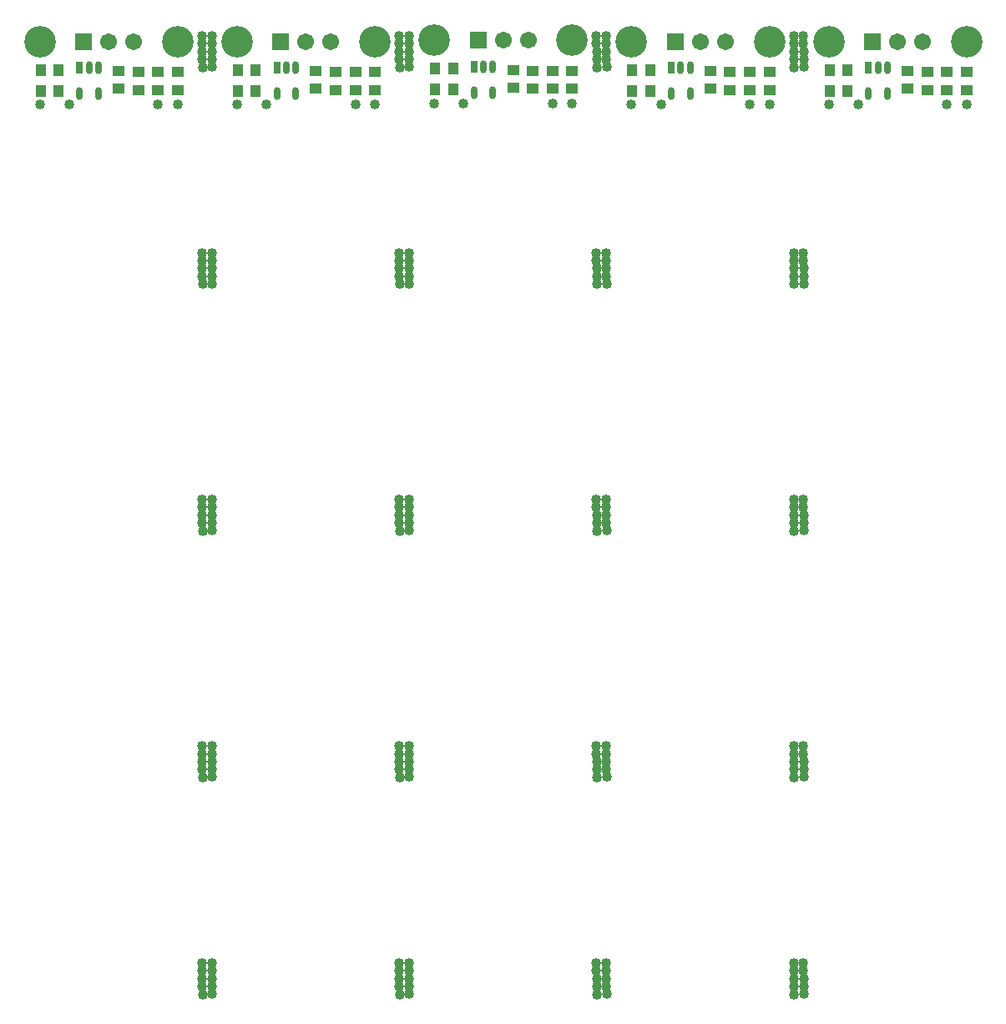
<source format=gbs>
%FSTAX24Y24*%
%MOIN*%
G70*
G01*
G75*
G04 Layer_Color=8388736*
%ADD10R,0.0374X0.0315*%
%ADD11R,0.0217X0.0472*%
%ADD12R,0.0256X0.0472*%
%ADD13C,0.0100*%
%ADD14C,0.0039*%
%ADD15C,0.0591*%
%ADD16R,0.0591X0.0591*%
%ADD17C,0.1181*%
%ADD18C,0.0320*%
%ADD19O,0.0217X0.0472*%
%ADD20R,0.0315X0.0374*%
%ADD21C,0.0079*%
%ADD22C,0.0059*%
%ADD23R,0.0454X0.0395*%
%ADD24R,0.0256X0.0512*%
%ADD25R,0.0336X0.0552*%
%ADD26C,0.0671*%
%ADD27R,0.0671X0.0671*%
%ADD28C,0.1261*%
%ADD29C,0.0400*%
%ADD30O,0.0256X0.0512*%
%ADD31R,0.0395X0.0454*%
D23*
X112598Y087512D02*
D03*
Y086804D02*
D03*
X110236Y08685D02*
D03*
Y087559D02*
D03*
X111024Y086804D02*
D03*
Y087512D02*
D03*
X111811Y086804D02*
D03*
Y087512D02*
D03*
X104724Y087512D02*
D03*
Y086804D02*
D03*
X102362Y08685D02*
D03*
Y087559D02*
D03*
X10315Y086804D02*
D03*
Y087512D02*
D03*
X103937Y086804D02*
D03*
Y087512D02*
D03*
X09685Y087559D02*
D03*
Y08685D02*
D03*
X094488Y086897D02*
D03*
Y087606D02*
D03*
X095276Y08685D02*
D03*
Y087559D02*
D03*
X096063Y08685D02*
D03*
Y087559D02*
D03*
X088976Y087512D02*
D03*
Y086804D02*
D03*
X086614Y08685D02*
D03*
Y087559D02*
D03*
X087402Y086804D02*
D03*
Y087512D02*
D03*
X088189Y086804D02*
D03*
Y087512D02*
D03*
X080315Y086804D02*
D03*
Y087512D02*
D03*
X079528Y086804D02*
D03*
Y087512D02*
D03*
X07874Y08685D02*
D03*
Y087559D02*
D03*
X081102Y087512D02*
D03*
Y086804D02*
D03*
D24*
X108681Y08768D02*
D03*
X100807D02*
D03*
X092933Y087727D02*
D03*
X085059Y08768D02*
D03*
X077185D02*
D03*
D26*
X110843Y088733D02*
D03*
X109843D02*
D03*
X102969D02*
D03*
X101968D02*
D03*
X095094Y08878D02*
D03*
X094094D02*
D03*
X08722Y088733D02*
D03*
X08622D02*
D03*
X079346D02*
D03*
X078346D02*
D03*
D27*
X108843D02*
D03*
X100969D02*
D03*
X093094Y08878D02*
D03*
X08522Y088733D02*
D03*
X077346D02*
D03*
D28*
X107087D02*
D03*
X112598D02*
D03*
X099213D02*
D03*
X104724D02*
D03*
X091339Y08878D02*
D03*
X09685D02*
D03*
X083465Y088733D02*
D03*
X088976D02*
D03*
X081102D02*
D03*
X075591D02*
D03*
D29*
X108268Y08622D02*
D03*
X111811D02*
D03*
X107087D02*
D03*
X112598D02*
D03*
X100394D02*
D03*
X103937D02*
D03*
X099213D02*
D03*
X104724D02*
D03*
X09252Y086267D02*
D03*
X096063D02*
D03*
X091339D02*
D03*
X09685D02*
D03*
X084646Y08622D02*
D03*
X088189D02*
D03*
X083465D02*
D03*
X088976D02*
D03*
X081102D02*
D03*
X075591D02*
D03*
X080315D02*
D03*
X082087Y0692D02*
D03*
X082071Y070145D02*
D03*
X082075Y069835D02*
D03*
X082079Y069525D02*
D03*
X082464Y070145D02*
D03*
X082468Y069835D02*
D03*
X082472Y069525D02*
D03*
X082476Y069215D02*
D03*
X082067Y070455D02*
D03*
X08246D02*
D03*
X089961Y0692D02*
D03*
X089945Y070145D02*
D03*
X089949Y069835D02*
D03*
X089953Y069525D02*
D03*
X090338Y070145D02*
D03*
X090342Y069835D02*
D03*
X090346Y069525D02*
D03*
X09035Y069215D02*
D03*
X089941Y070455D02*
D03*
X090334D02*
D03*
X097835Y0692D02*
D03*
X097819Y070145D02*
D03*
X097823Y069835D02*
D03*
X097827Y069525D02*
D03*
X098212Y070145D02*
D03*
X098216Y069835D02*
D03*
X09822Y069525D02*
D03*
X098224Y069215D02*
D03*
X097815Y070455D02*
D03*
X098208D02*
D03*
X105709Y0692D02*
D03*
X105693Y070145D02*
D03*
X105697Y069835D02*
D03*
X105701Y069525D02*
D03*
X106086Y070145D02*
D03*
X10609Y069835D02*
D03*
X106094Y069525D02*
D03*
X106098Y069215D02*
D03*
X105689Y070455D02*
D03*
X106082D02*
D03*
X082087Y050696D02*
D03*
X082071Y051641D02*
D03*
X082075Y051331D02*
D03*
X082079Y051021D02*
D03*
X082464Y051641D02*
D03*
X082468Y051331D02*
D03*
X082472Y051021D02*
D03*
X082476Y050711D02*
D03*
X082067Y051951D02*
D03*
X08246D02*
D03*
X097835Y050696D02*
D03*
X097819Y051641D02*
D03*
X097823Y051331D02*
D03*
X097827Y051021D02*
D03*
X098212Y051641D02*
D03*
X098216Y051331D02*
D03*
X09822Y051021D02*
D03*
X098224Y050711D02*
D03*
X097815Y051951D02*
D03*
X098208D02*
D03*
X105709Y050696D02*
D03*
X105693Y051641D02*
D03*
X105697Y051331D02*
D03*
X105701Y051021D02*
D03*
X106086Y051641D02*
D03*
X10609Y051331D02*
D03*
X106094Y051021D02*
D03*
X106098Y050711D02*
D03*
X105689Y051951D02*
D03*
X106082D02*
D03*
X089961Y050696D02*
D03*
X089945Y051641D02*
D03*
X089949Y051331D02*
D03*
X089953Y051021D02*
D03*
X090338Y051641D02*
D03*
X090342Y051331D02*
D03*
X090346Y051021D02*
D03*
X09035Y050711D02*
D03*
X089941Y051951D02*
D03*
X090334D02*
D03*
X082087Y087704D02*
D03*
X082071Y088649D02*
D03*
X082075Y088339D02*
D03*
X082079Y088029D02*
D03*
X082464Y088649D02*
D03*
X082468Y088339D02*
D03*
X082472Y088029D02*
D03*
X082476Y087719D02*
D03*
X082067Y088959D02*
D03*
X08246D02*
D03*
X089961Y087704D02*
D03*
X089945Y088649D02*
D03*
X089949Y088339D02*
D03*
X089953Y088029D02*
D03*
X090338Y088649D02*
D03*
X090342Y088339D02*
D03*
X090346Y088029D02*
D03*
X09035Y087719D02*
D03*
X089941Y088959D02*
D03*
X090334D02*
D03*
X097835Y087704D02*
D03*
X097819Y088649D02*
D03*
X097823Y088339D02*
D03*
X097827Y088029D02*
D03*
X098212Y088649D02*
D03*
X098216Y088339D02*
D03*
X09822Y088029D02*
D03*
X098224Y087719D02*
D03*
X097815Y088959D02*
D03*
X098208D02*
D03*
X105709Y087704D02*
D03*
X105693Y088649D02*
D03*
X105697Y088339D02*
D03*
X105701Y088029D02*
D03*
X106086Y088649D02*
D03*
X10609Y088339D02*
D03*
X106094Y088029D02*
D03*
X106098Y087719D02*
D03*
X105689Y088959D02*
D03*
X106082D02*
D03*
X08246Y080298D02*
D03*
X082067D02*
D03*
X082476Y079058D02*
D03*
X082472Y079368D02*
D03*
X082468Y079678D02*
D03*
X082464Y079988D02*
D03*
X082079Y079368D02*
D03*
X082075Y079678D02*
D03*
X082071Y079988D02*
D03*
X082087Y079043D02*
D03*
X090334Y080298D02*
D03*
X089941D02*
D03*
X09035Y079058D02*
D03*
X090346Y079368D02*
D03*
X090342Y079678D02*
D03*
X090338Y079988D02*
D03*
X089953Y079368D02*
D03*
X089949Y079678D02*
D03*
X089945Y079988D02*
D03*
X089961Y079043D02*
D03*
X098208Y080298D02*
D03*
X097815D02*
D03*
X098224Y079058D02*
D03*
X09822Y079368D02*
D03*
X098216Y079678D02*
D03*
X098212Y079988D02*
D03*
X097827Y079368D02*
D03*
X097823Y079678D02*
D03*
X097819Y079988D02*
D03*
X097835Y079043D02*
D03*
X106082Y080298D02*
D03*
X105689D02*
D03*
X106098Y079058D02*
D03*
X106094Y079368D02*
D03*
X10609Y079678D02*
D03*
X106086Y079988D02*
D03*
X105701Y079368D02*
D03*
X105697Y079678D02*
D03*
X105693Y079988D02*
D03*
X105709Y079043D02*
D03*
X08246Y051951D02*
D03*
X082067D02*
D03*
X082476Y050711D02*
D03*
X082472Y051021D02*
D03*
X082468Y051331D02*
D03*
X082464Y051641D02*
D03*
X082079Y051021D02*
D03*
X082075Y051331D02*
D03*
X082071Y051641D02*
D03*
X082087Y050696D02*
D03*
X090334Y051951D02*
D03*
X089941D02*
D03*
X09035Y050711D02*
D03*
X090346Y051021D02*
D03*
X090342Y051331D02*
D03*
X090338Y051641D02*
D03*
X089953Y051021D02*
D03*
X089949Y051331D02*
D03*
X089945Y051641D02*
D03*
X089961Y050696D02*
D03*
X082087Y059358D02*
D03*
X082071Y060303D02*
D03*
X082075Y059993D02*
D03*
X082079Y059683D02*
D03*
X082464Y060303D02*
D03*
X082468Y059993D02*
D03*
X082472Y059683D02*
D03*
X082476Y059373D02*
D03*
X082067Y060613D02*
D03*
X08246D02*
D03*
X089961Y059358D02*
D03*
X089945Y060303D02*
D03*
X089949Y059993D02*
D03*
X089953Y059683D02*
D03*
X090338Y060303D02*
D03*
X090342Y059993D02*
D03*
X090346Y059683D02*
D03*
X09035Y059373D02*
D03*
X089941Y060613D02*
D03*
X090334D02*
D03*
X097835Y059358D02*
D03*
X097819Y060303D02*
D03*
X097823Y059993D02*
D03*
X097827Y059683D02*
D03*
X098212Y060303D02*
D03*
X098216Y059993D02*
D03*
X09822Y059683D02*
D03*
X098224Y059373D02*
D03*
X097815Y060613D02*
D03*
X098208D02*
D03*
X105709Y059358D02*
D03*
X105693Y060303D02*
D03*
X105697Y059993D02*
D03*
X105701Y059683D02*
D03*
X106086Y060303D02*
D03*
X10609Y059993D02*
D03*
X106094Y059683D02*
D03*
X106098Y059373D02*
D03*
X105689Y060613D02*
D03*
X106082D02*
D03*
X076772Y08622D02*
D03*
D30*
X108681Y086646D02*
D03*
X109429D02*
D03*
X109055Y08768D02*
D03*
X109429D02*
D03*
X100807Y086646D02*
D03*
X101555D02*
D03*
X101181Y08768D02*
D03*
X101555D02*
D03*
X092933Y086693D02*
D03*
X093681D02*
D03*
X093307Y087727D02*
D03*
X093681D02*
D03*
X085059Y086646D02*
D03*
X085807D02*
D03*
X085433Y08768D02*
D03*
X085807D02*
D03*
X077185Y086646D02*
D03*
X077933D02*
D03*
X077559Y08768D02*
D03*
X077933D02*
D03*
D31*
X107835Y086764D02*
D03*
X107126D02*
D03*
X107835Y087598D02*
D03*
X107126D02*
D03*
X099961Y086764D02*
D03*
X099252D02*
D03*
X099961Y087598D02*
D03*
X099252D02*
D03*
X092087Y086811D02*
D03*
X091378D02*
D03*
X092087Y087645D02*
D03*
X091378D02*
D03*
X084213Y086764D02*
D03*
X083504D02*
D03*
X084213Y087598D02*
D03*
X083504D02*
D03*
X076339D02*
D03*
X07563D02*
D03*
X076339Y086764D02*
D03*
X07563D02*
D03*
M02*

</source>
